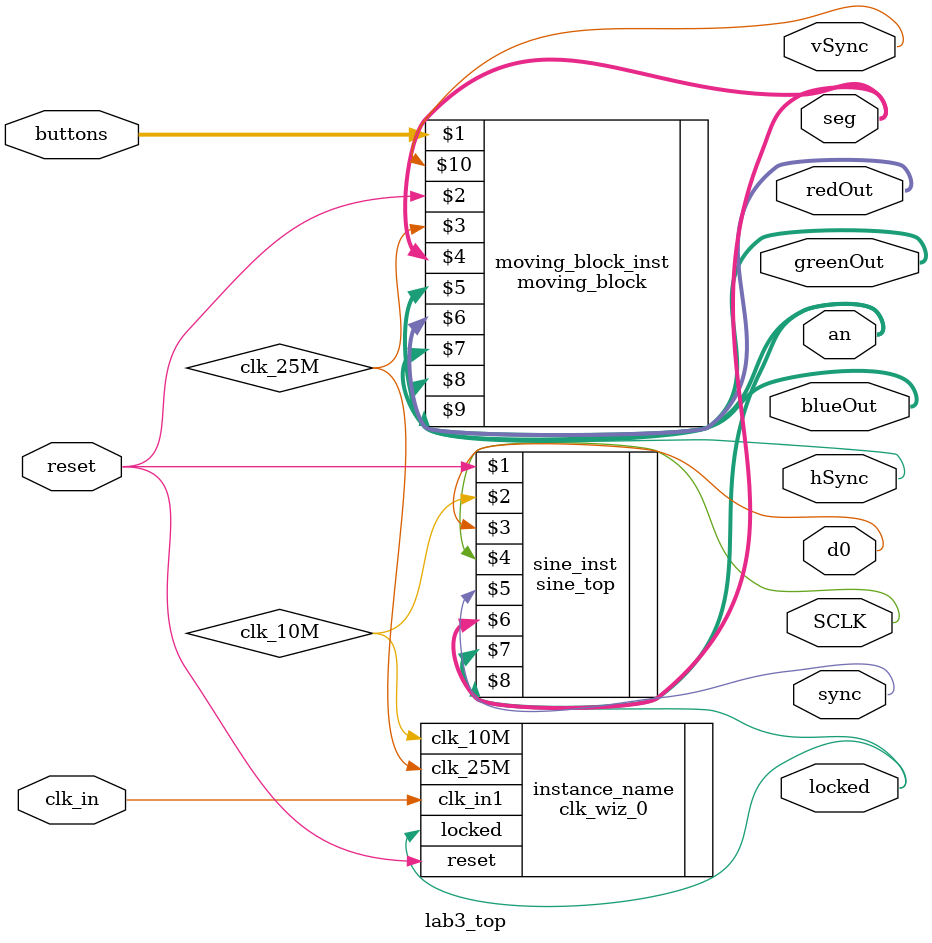
<source format=v>
`timescale 1ns / 1ps


module lab3_top(
    input [3:0] buttons,
    input reset,
    input clk_in,
    output wire [6:0] seg,
    output wire [3:0] an,
    output wire [3:0] redOut,
    output wire [3:0] greenOut,
    output wire [3:0] blueOut,
    output hSync,
    output vSync, 
    output wire d0,             //data in bit
    output wire SCLK,                //10 MHz
    output wire sync,                //Level Triggered Control Input (Active Low)
    output wire locked
    );
        clk_wiz_0 instance_name
       (
        // Clock out ports
        .clk_10M(clk_10M),     // output clk_10M
        .clk_25M(clk_25M),     // output clk_25M
        // Status and control signals
        .reset(reset), // input reset
        .locked(locked),       // output locked
       // Clock in ports
        .clk_in1(clk_in));      // input clk_in
        
    sine_top sine_inst(reset, clk_10M, d0, SCLK, sync, seg, an, locked);
    moving_block moving_block_inst(buttons, reset, clk_25M, seg, an, redOut, greenOut, blueOut, hSync, vSync);
endmodule

</source>
